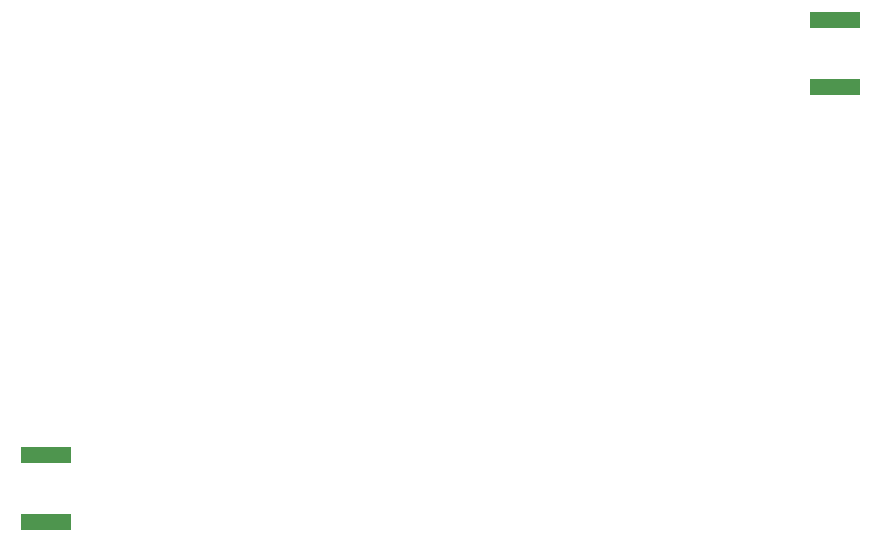
<source format=gbr>
%TF.GenerationSoftware,KiCad,Pcbnew,(5.1.5)-3*%
%TF.CreationDate,2020-11-10T23:28:26+01:00*%
%TF.ProjectId,Microstrip Filter,4d696372-6f73-4747-9269-702046696c74,1*%
%TF.SameCoordinates,Original*%
%TF.FileFunction,Soldermask,Bot*%
%TF.FilePolarity,Negative*%
%FSLAX46Y46*%
G04 Gerber Fmt 4.6, Leading zero omitted, Abs format (unit mm)*
G04 Created by KiCad (PCBNEW (5.1.5)-3) date 2020-11-10 23:28:26*
%MOMM*%
%LPD*%
G04 APERTURE LIST*
%ADD10R,4.200000X1.350000*%
G04 APERTURE END LIST*
D10*
%TO.C,J1*%
X30988000Y-66263000D03*
X30988000Y-71913000D03*
%TD*%
%TO.C,J2*%
X97790000Y-29433000D03*
X97790000Y-35083000D03*
%TD*%
M02*

</source>
